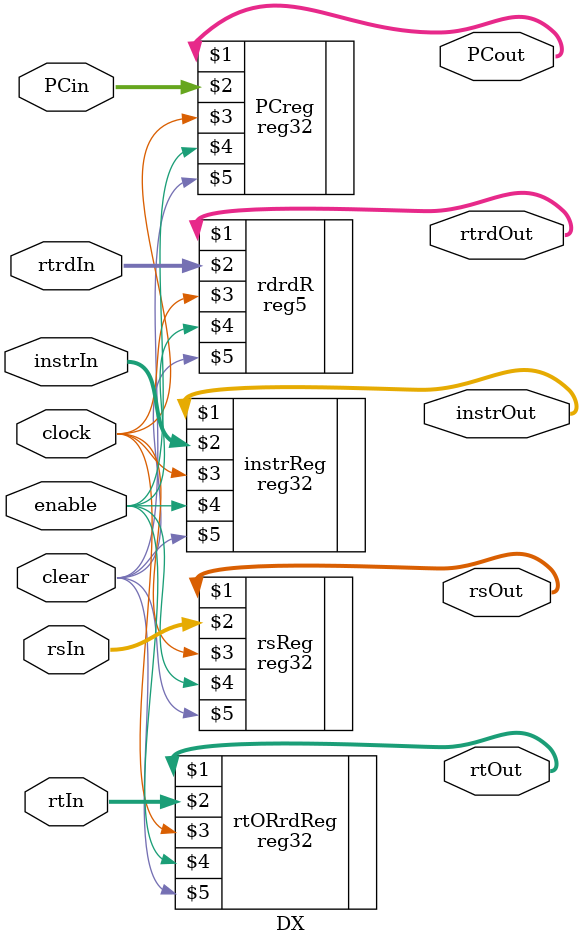
<source format=v>
module DX(instrIn, PCin, rsIn, rtIn, rtrdIn, rsOut, rtOut, rtrdOut, instrOut, PCout, clock, enable, clear);
	input clock, enable, clear;
	input [4:0] rtrdIn;
	input [31:0] PCin;
	input [31:0] instrIn, rsIn, rtIn;

	output [4:0] rtrdOut;
	output [31:0] PCout;
	output [31:0] instrOut, rsOut, rtOut;

	reg5 rdrdR(rtrdOut, rtrdIn, clock, enable, clear);
	reg32 PCreg(PCout, PCin, clock, enable, clear);
	reg32 rsReg(rsOut, rsIn, clock, enable, clear);
	reg32 rtORrdReg(rtOut, rtIn, clock, enable, clear);
	reg32 instrReg(instrOut, instrIn, clock, enable, clear);
endmodule
</source>
